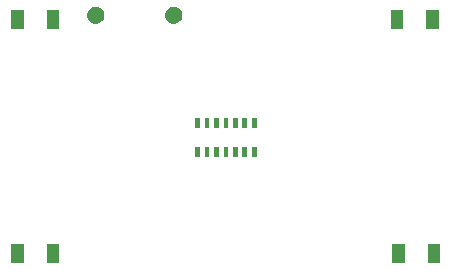
<source format=gbr>
G04 #@! TF.GenerationSoftware,KiCad,Pcbnew,(5.0.1-3-g963ef8bb5)*
G04 #@! TF.CreationDate,2019-06-21T09:44:15-10:00*
G04 #@! TF.ProjectId,OpenHAK_03,4F70656E48414B5F30332E6B69636164,rev?*
G04 #@! TF.SameCoordinates,Original*
G04 #@! TF.FileFunction,Soldermask,Bot*
G04 #@! TF.FilePolarity,Negative*
%FSLAX46Y46*%
G04 Gerber Fmt 4.6, Leading zero omitted, Abs format (unit mm)*
G04 Created by KiCad (PCBNEW (5.0.1-3-g963ef8bb5)) date Friday, June 21, 2019 at 09:44:15 AM*
%MOMM*%
%LPD*%
G01*
G04 APERTURE LIST*
%ADD10C,0.100000*%
G04 APERTURE END LIST*
D10*
G36*
X158539880Y-108919860D02*
X157499880Y-108919860D01*
X157499880Y-107279860D01*
X158539880Y-107279860D01*
X158539880Y-108919860D01*
X158539880Y-108919860D01*
G37*
G36*
X155539880Y-108919860D02*
X154499880Y-108919860D01*
X154499880Y-107279860D01*
X155539880Y-107279860D01*
X155539880Y-108919860D01*
X155539880Y-108919860D01*
G37*
G36*
X126281880Y-108919860D02*
X125241880Y-108919860D01*
X125241880Y-107279860D01*
X126281880Y-107279860D01*
X126281880Y-108919860D01*
X126281880Y-108919860D01*
G37*
G36*
X123281880Y-108919860D02*
X122241880Y-108919860D01*
X122241880Y-107279860D01*
X123281880Y-107279860D01*
X123281880Y-108919860D01*
X123281880Y-108919860D01*
G37*
G36*
X142998880Y-99906860D02*
X142608880Y-99906860D01*
X142608880Y-99066860D01*
X142998880Y-99066860D01*
X142998880Y-99906860D01*
X142998880Y-99906860D01*
G37*
G36*
X142198880Y-99906860D02*
X141808880Y-99906860D01*
X141808880Y-99066860D01*
X142198880Y-99066860D01*
X142198880Y-99906860D01*
X142198880Y-99906860D01*
G37*
G36*
X141398880Y-99906860D02*
X141008880Y-99906860D01*
X141008880Y-99066860D01*
X141398880Y-99066860D01*
X141398880Y-99906860D01*
X141398880Y-99906860D01*
G37*
G36*
X140598880Y-99906860D02*
X140208880Y-99906860D01*
X140208880Y-99066860D01*
X140598880Y-99066860D01*
X140598880Y-99906860D01*
X140598880Y-99906860D01*
G37*
G36*
X139798880Y-99906860D02*
X139408880Y-99906860D01*
X139408880Y-99066860D01*
X139798880Y-99066860D01*
X139798880Y-99906860D01*
X139798880Y-99906860D01*
G37*
G36*
X138998880Y-99906860D02*
X138608880Y-99906860D01*
X138608880Y-99066860D01*
X138998880Y-99066860D01*
X138998880Y-99906860D01*
X138998880Y-99906860D01*
G37*
G36*
X138198880Y-99906860D02*
X137808880Y-99906860D01*
X137808880Y-99066860D01*
X138198880Y-99066860D01*
X138198880Y-99906860D01*
X138198880Y-99906860D01*
G37*
G36*
X142998880Y-97456860D02*
X142608880Y-97456860D01*
X142608880Y-96616860D01*
X142998880Y-96616860D01*
X142998880Y-97456860D01*
X142998880Y-97456860D01*
G37*
G36*
X142198880Y-97456860D02*
X141808880Y-97456860D01*
X141808880Y-96616860D01*
X142198880Y-96616860D01*
X142198880Y-97456860D01*
X142198880Y-97456860D01*
G37*
G36*
X141398880Y-97456860D02*
X141008880Y-97456860D01*
X141008880Y-96616860D01*
X141398880Y-96616860D01*
X141398880Y-97456860D01*
X141398880Y-97456860D01*
G37*
G36*
X140598880Y-97456860D02*
X140208880Y-97456860D01*
X140208880Y-96616860D01*
X140598880Y-96616860D01*
X140598880Y-97456860D01*
X140598880Y-97456860D01*
G37*
G36*
X139798880Y-97456860D02*
X139408880Y-97456860D01*
X139408880Y-96616860D01*
X139798880Y-96616860D01*
X139798880Y-97456860D01*
X139798880Y-97456860D01*
G37*
G36*
X138998880Y-97456860D02*
X138608880Y-97456860D01*
X138608880Y-96616860D01*
X138998880Y-96616860D01*
X138998880Y-97456860D01*
X138998880Y-97456860D01*
G37*
G36*
X138198880Y-97456860D02*
X137808880Y-97456860D01*
X137808880Y-96616860D01*
X138198880Y-96616860D01*
X138198880Y-97456860D01*
X138198880Y-97456860D01*
G37*
G36*
X123281880Y-89107860D02*
X122241880Y-89107860D01*
X122241880Y-87467860D01*
X123281880Y-87467860D01*
X123281880Y-89107860D01*
X123281880Y-89107860D01*
G37*
G36*
X126281880Y-89107860D02*
X125241880Y-89107860D01*
X125241880Y-87467860D01*
X126281880Y-87467860D01*
X126281880Y-89107860D01*
X126281880Y-89107860D01*
G37*
G36*
X155412880Y-89107860D02*
X154372880Y-89107860D01*
X154372880Y-87467860D01*
X155412880Y-87467860D01*
X155412880Y-89107860D01*
X155412880Y-89107860D01*
G37*
G36*
X158412880Y-89107860D02*
X157372880Y-89107860D01*
X157372880Y-87467860D01*
X158412880Y-87467860D01*
X158412880Y-89107860D01*
X158412880Y-89107860D01*
G37*
G36*
X129525365Y-87236066D02*
X129661085Y-87277236D01*
X129786166Y-87344093D01*
X129895800Y-87434067D01*
X129985774Y-87543701D01*
X130052631Y-87668782D01*
X130093801Y-87804502D01*
X130107703Y-87945647D01*
X130093801Y-88086792D01*
X130052631Y-88222512D01*
X129985774Y-88347593D01*
X129895800Y-88457227D01*
X129786166Y-88547201D01*
X129661085Y-88614058D01*
X129525365Y-88655228D01*
X129419582Y-88665647D01*
X129348858Y-88665647D01*
X129243075Y-88655228D01*
X129107355Y-88614058D01*
X128982274Y-88547201D01*
X128872640Y-88457227D01*
X128782666Y-88347593D01*
X128715809Y-88222512D01*
X128674639Y-88086792D01*
X128660737Y-87945647D01*
X128674639Y-87804502D01*
X128715809Y-87668782D01*
X128782666Y-87543701D01*
X128872640Y-87434067D01*
X128982274Y-87344093D01*
X129107355Y-87277236D01*
X129243075Y-87236066D01*
X129348858Y-87225647D01*
X129419582Y-87225647D01*
X129525365Y-87236066D01*
X129525365Y-87236066D01*
G37*
G36*
X136125365Y-87236066D02*
X136261085Y-87277236D01*
X136386166Y-87344093D01*
X136495800Y-87434067D01*
X136585774Y-87543701D01*
X136652631Y-87668782D01*
X136693801Y-87804502D01*
X136707703Y-87945647D01*
X136693801Y-88086792D01*
X136652631Y-88222512D01*
X136585774Y-88347593D01*
X136495800Y-88457227D01*
X136386166Y-88547201D01*
X136261085Y-88614058D01*
X136125365Y-88655228D01*
X136019582Y-88665647D01*
X135948858Y-88665647D01*
X135843075Y-88655228D01*
X135707355Y-88614058D01*
X135582274Y-88547201D01*
X135472640Y-88457227D01*
X135382666Y-88347593D01*
X135315809Y-88222512D01*
X135274639Y-88086792D01*
X135260737Y-87945647D01*
X135274639Y-87804502D01*
X135315809Y-87668782D01*
X135382666Y-87543701D01*
X135472640Y-87434067D01*
X135582274Y-87344093D01*
X135707355Y-87277236D01*
X135843075Y-87236066D01*
X135948858Y-87225647D01*
X136019582Y-87225647D01*
X136125365Y-87236066D01*
X136125365Y-87236066D01*
G37*
M02*

</source>
